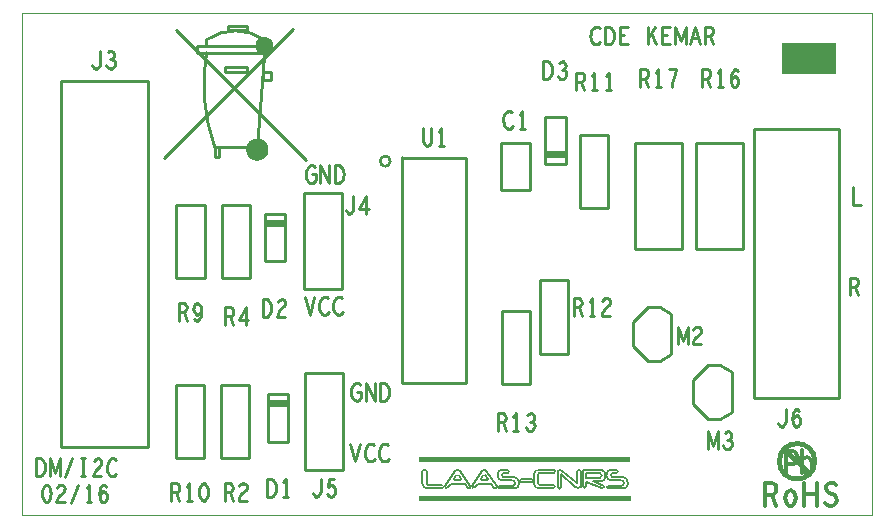
<source format=gto>
G04 ================== begin FILE IDENTIFICATION RECORD ==================*
G04 Layout Name:  Z:/Projets_Cadence/PCB/2016/Jerome/FdC Kamar/allegro/FdC Kamar.brd*
G04 Film Name:    SERIGRAPHIE_TOP*
G04 File Format:  Gerber RS274X*
G04 File Origin:  Cadence Allegro 16.6-2015-S064*
G04 Origin Date:  Tue Feb 23 14:53:34 2016*
G04 *
G04 Layer:  ROUTE KEEPOUT/ALL*
G04 Layer:  REF DES/SILKSCREEN_TOP*
G04 Layer:  PACKAGE KEEPOUT/ALL*
G04 Layer:  PACKAGE GEOMETRY/SILKSCREEN_TOP*
G04 Layer:  DRAWING FORMAT/TITLE_BLOCK_TOP*
G04 Layer:  BOARD GEOMETRY/OUTLINE*
G04 Layer:  BOARD GEOMETRY/ASSEMBLY_NOTES*
G04 Layer:  BOARD GEOMETRY/SILKSCREEN_TOP*
G04 Layer:  BOARD GEOMETRY/ASSEMBLY_TOP*
G04 *
G04 Offset:    (0.0000 0.0000)*
G04 Mirror:    No*
G04 Mode:      Positive*
G04 Rotation:  0*
G04 FullContactRelief:  No*
G04 UndefLineWidth:     0.0000*
G04 ================== end FILE IDENTIFICATION RECORD ====================*
%FSLAX35Y35*MOMM*%
%IR0*IPPOS*OFA0.00000B0.00000*MIA0B0*SFA1.00000B1.00000*%
%ADD10C,.1*%
%ADD11C,.2*%
%ADD12C,.3*%
%ADD13C,.4*%
%ADD14C,.25*%
%ADD15C,.254*%
G75*
%LPD*%
G75*
G36*
G01X2250000Y969000D02*
X2090000D01*
Y909000D01*
X2250000D01*
Y969000D01*
G37*
G36*
G01X2221000Y2496000D02*
X2061000D01*
Y2436000D01*
X2221000D01*
Y2496000D01*
G37*
G36*
G01X2087870Y3092000D02*
G03I-94870J0D01*
G37*
G36*
G01X2129160Y3972000D02*
G03I-76160J0D01*
G37*
G36*
G01X4438000Y3022000D02*
X4598000D01*
Y3082000D01*
X4438000D01*
Y3022000D01*
G37*
G36*
G01X6433000Y3732000D02*
X6893000D01*
Y3992000D01*
X6433000D01*
Y3732000D01*
G37*
G36*
G01Y3992000D02*
Y3732000D01*
X6893000D01*
Y3992000D01*
X6433000D01*
G37*
G36*
G01X2090000Y969000D02*
X2250000D01*
Y909000D01*
X2090000D01*
Y969000D01*
G37*
G36*
G01X2061000Y2496000D02*
X2221000D01*
Y2436000D01*
X2061000D01*
Y2496000D01*
G37*
G36*
G01X3361800Y116600D02*
Y156600D01*
X5160800D01*
Y116600D01*
X3361800D01*
G37*
G36*
G01X3362400Y446300D02*
Y486300D01*
X5150800D01*
Y446300D01*
X3362400D01*
G37*
G36*
G01X4598000Y3022000D02*
X4438000D01*
Y3082000D01*
X4598000D01*
Y3022000D01*
G37*
G54D10*
G01X0Y0D02*
X7200000D01*
Y4250000D01*
X0D01*
Y0D01*
G54D11*
G01X3433900Y222900D02*
G02X3390200Y266600I-1900J41800D01*
G01X3558900Y222900D02*
X3433900D01*
G01X3425800Y275800D02*
G03X3452200Y249400I22900J-3500D01*
G01X3390200Y368200D02*
G02X3425800I17800J-2000D01*
G01D02*
Y275800D01*
G01X3452200Y249400D02*
X3558900D01*
G01X3390200Y266600D02*
Y369200D01*
G01X3809800Y247300D02*
G03X3832200Y232100I9181J-10576D01*
G01X3773200Y229000D02*
G03X3795600Y245300I11947J7124D01*
G01X3585300Y247300D02*
G03X3607600Y232100I9085J-10629D01*
G01X3558900Y249400D02*
G02Y222900I1900J-13250D01*
G01X3699100Y334700D02*
G03X3678800I-10150J-5264D01*
G01X3709200Y291000D02*
G03X3719400Y306300I967J10405D01*
G01X3660500D02*
G03X3670600Y291000I8181J-5583D01*
G01X3708200Y370300D02*
G03X3668600I-19800J-8100D01*
G01D02*
X3585300Y247300D01*
G01X3607600Y232100D02*
X3635100Y264600D01*
G01D02*
X3747800D01*
G01D02*
X3773200Y229000D01*
G01X3795600Y245300D02*
X3708200Y370300D01*
G01X3678800Y333700D02*
X3660500Y306300D01*
G01X3670600Y291000D02*
X3709200D01*
G01X3719400Y306300D02*
X3699100Y334700D01*
G01X3893100Y370300D02*
X3809800Y247300D01*
G01X3832200Y232100D02*
X3859600Y264600D01*
G01D02*
X3972400D01*
G01X4207100Y258500D02*
G02X4171500Y222900I-31600J-4000D01*
G01X3997800Y229000D02*
G03X4020100Y245300I11970J7028D01*
G01X4043500Y222900D02*
G02Y246300I-2500J11700D01*
G01X4171500Y222900D02*
X4043500D01*
G01X4166400Y319500D02*
G02X4207100Y278800I-500J-41200D01*
G01X4059800Y336700D02*
G03X4077000Y319500I15700J-1500D01*
G01X4078000Y355000D02*
G03X4059800Y336700I831J-19027D01*
G01X4175600Y267600D02*
G03X4151200Y292000I-19700J4700D01*
G01X4028300Y339800D02*
G02X4071900Y383500I38794J4895D01*
G01X4070900Y292000D02*
G02X4028300Y334700I-5545J37068D01*
G01X4154200Y246300D02*
G03X4175600Y267600I2274J19116D01*
G01X3932800Y370300D02*
G03X3893100I-19850J-8066D01*
G01X3923600Y334700D02*
G03X3903300I-10150J-5336D01*
G01X3933800Y291000D02*
G03X3943900Y306300I867J10412D01*
G01X3885000D02*
G03X3895200Y291000I8180J-5597D01*
G01X3903300Y333700D02*
X3885000Y306300D01*
G01X3895200Y291000D02*
X3933800D01*
G01X3943900Y306300D02*
X3923600Y334700D01*
G01X4112600Y382500D02*
G02Y355000I-500J-13750D01*
G01D02*
X4078000D01*
G01X4077000Y319500D02*
X4166400D01*
G01X4043500Y246300D02*
X4154200D01*
G01X4151200Y292000D02*
X4070900D01*
G01X4028300Y334700D02*
Y339800D01*
G01X4071900Y383500D02*
X4112600D01*
G01X3972400Y264600D02*
X3997800Y229000D01*
G01X4020100Y245300D02*
X3932800Y370300D01*
G01X4506800Y358100D02*
G03Y382500I-700J12200D01*
G01X4367600Y332700D02*
G02X4393000Y358100I24400J1000D01*
G01X4391000Y251400D02*
G02X4367600Y274800I-2400J21000D01*
G01X4500700Y225000D02*
G03Y251400I1900J13200D01*
G01X4337100Y261600D02*
G03X4373700Y225000I34600J-2000D01*
G01X4374700Y383500D02*
G03X4337100Y345900I-1100J-36500D01*
G01X4227400Y301200D02*
G03Y279800I500J-10700D01*
G01X4314800D02*
G03Y301200I-500J10700D01*
G01X4207100Y278800D02*
Y258500D01*
G01X4227400Y279800D02*
X4314800D01*
G01Y301200D02*
X4227400D01*
G01X4506800Y383500D02*
X4374700D01*
G01X4337100Y345900D02*
Y261600D01*
G01X4373700Y225000D02*
X4500700D01*
G01Y251400D02*
X4391000D01*
G01X4367600Y274800D02*
Y332700D01*
G01X4393000Y358100D02*
X4506800D01*
G01X4567800Y236200D02*
G02X4536300I-15750J500D01*
G01X4730300Y238200D02*
G02X4684600I-22850J15107D01*
G01X4697800Y368200D02*
G02X4730300I16250J-2000D01*
G01X4536300Y371300D02*
G02X4574900I19300J-15800D01*
G01X4536300Y236200D02*
Y371300D01*
G01X4574900D02*
X4697800Y265600D01*
G01D02*
Y368200D01*
G01X4730300D02*
Y238200D01*
G01X4684600D02*
X4567800Y341800D01*
G01D02*
Y236200D01*
G01X4747600Y240200D02*
G03X4774000I13200J-1200D01*
G01D02*
X4773000Y281900D01*
G01D02*
X4915200Y224000D01*
G01X4925400Y247300D02*
X4833900Y284900D01*
G01D02*
X4907100D01*
G01X4906100Y380400D02*
X4746600D01*
G01D02*
Y241200D01*
G01X4775000Y312400D02*
Y354000D01*
G01D02*
X4894900D01*
G01Y312400D02*
X4775000D01*
G01X5128600Y258500D02*
G02X5093000Y222900I-31600J-4000D01*
G01X4965000D02*
G02Y246300I-2500J11700D01*
G01X4915200Y224000D02*
G03X4925400Y247300I6223J11158D01*
G01X5093000Y222900D02*
X4965000D01*
G01X5097100Y267600D02*
G03X5072700Y292000I-19700J4700D01*
G01X4949700Y339800D02*
G02X4993500Y383500I38872J4839D01*
G01X4992400Y292000D02*
G02X4949700Y334700I-5500J37200D01*
G01X5075800Y246300D02*
G03X5097100Y267600I2200J19100D01*
G01X5087900Y319500D02*
G02X5128600Y278800I-500J-41200D01*
G01X4981300Y336700D02*
G03X4998500Y319500I15700J-1500D01*
G01X4999600Y355000D02*
G03X4981300Y336700I800J-19100D01*
G01X4938600Y343800D02*
G03X4907100Y379400I-34986J779D01*
G01X4894900Y354000D02*
G02Y312400I-8100J-20800D01*
G01X4907100Y284900D02*
G03X4937600Y309300I-989J32498D01*
G01D02*
X4938600Y310300D01*
G01D02*
Y343800D01*
G01X4907100Y379400D02*
X4906100Y380400D01*
G01X5034100Y382500D02*
G02Y355000I-500J-13750D01*
G01D02*
X4999600D01*
G01X4998500Y319500D02*
X5087900D01*
G01X5128600Y278800D02*
Y258500D01*
G01X4965000Y246300D02*
X5075800D01*
G01X5072700Y292000D02*
X4992400D01*
G01X4949700Y334700D02*
Y339800D01*
G01X4993500Y383500D02*
X5034100D01*
G01X6422700Y453000D02*
G03X6402700I-10000J0D01*
G01X6422700D02*
G03X6402700I-10000J0D01*
G01D02*
G03X6422700I10000J0D01*
G01X6402700D02*
G03X6422700I10000J0D01*
G01X6723300D02*
G03X6703300I-10000J0D01*
G01X6723300D02*
G03X6703300I-10000J0D01*
G01D02*
G03X6723300I10000J0D01*
G01X6703300D02*
G03X6723300I10000J0D01*
G54D12*
G01X6288000Y73000D02*
Y273000D01*
X6350500D01*
X6370500Y263000D01*
X6383000Y249670D01*
X6388000Y223000D01*
X6383000Y196330D01*
X6368000Y179670D01*
X6350500Y169660D01*
X6288000D01*
G01X6350500D02*
X6388000Y73000D01*
G01X6508000D02*
X6493000Y76330D01*
X6478000Y89660D01*
X6468000Y113000D01*
X6463000Y139660D01*
X6468000Y166330D01*
X6478000Y189670D01*
X6493000Y203000D01*
X6508000Y206330D01*
X6523000Y203000D01*
X6538000Y189670D01*
X6548000Y166330D01*
X6550500Y139660D01*
X6548000Y113000D01*
X6538000Y89660D01*
X6523000Y76330D01*
X6508000Y73000D01*
G01X6625500D02*
Y273000D01*
G01X6730500D02*
Y73000D01*
G01Y173000D02*
X6625500D01*
G01X6795500Y99660D02*
X6815500Y83000D01*
X6838000Y73000D01*
X6858000D01*
X6878000Y83000D01*
X6893000Y99660D01*
X6900500Y123000D01*
X6895500Y146330D01*
X6883000Y166330D01*
X6860500Y179670D01*
X6830500Y186330D01*
X6813000Y199660D01*
X6805500Y223000D01*
X6810500Y246330D01*
X6823000Y263000D01*
X6840500Y273000D01*
X6858000D01*
X6875500Y266330D01*
X6890500Y249670D01*
G01X6468000Y343000D02*
Y543000D01*
X6528000D01*
X6548000Y533000D01*
X6563000Y509670D01*
X6568000Y483000D01*
X6563000Y456330D01*
X6550500Y436330D01*
X6528000Y426330D01*
X6468000D01*
G01X6603000Y353000D02*
Y553000D01*
G01Y453000D02*
X6615500Y473000D01*
X6630500Y483000D01*
X6645500Y486330D01*
X6668000Y479660D01*
X6683000Y466330D01*
X6693000Y443000D01*
Y416330D01*
X6688000Y389660D01*
X6678000Y369660D01*
X6660500Y356330D01*
X6645500Y353000D01*
X6630500Y356330D01*
X6615500Y366330D01*
X6603000Y382990D01*
G54D13*
G01X6463000Y553000D02*
X6663000Y353000D01*
G01X6412700Y453000D02*
G03X6713300I150300J0D01*
G01D02*
G03X6412700I-150300J0D01*
G54D14*
G01X206360Y256000D02*
X193020Y251000D01*
X183030Y238500D01*
X176360Y223500D01*
X171360Y203500D01*
X169690Y181000D01*
X171360Y158500D01*
X176360Y138500D01*
X183030Y123500D01*
X193020Y111000D01*
X206360Y106000D01*
X219690Y111000D01*
X229690Y123500D01*
X236360Y138500D01*
X241360Y158500D01*
X243030Y181000D01*
X241360Y203500D01*
X236360Y223500D01*
X229690Y238500D01*
X219690Y251000D01*
X206360Y256000D01*
G01X295010Y231000D02*
X305010Y246000D01*
X316680Y253500D01*
X330010Y256000D01*
X346680Y251000D01*
X358350Y238500D01*
X361680Y223500D01*
X360010Y208500D01*
X353350Y196000D01*
X320010Y171000D01*
X305010Y153500D01*
X295010Y128500D01*
X291680Y106000D01*
X361680D01*
G01X417000Y101000D02*
X477000Y256000D01*
G01X567320Y106000D02*
Y256000D01*
X547320Y226000D01*
G01Y106000D02*
X587320D01*
G01X655970Y168500D02*
X667640Y186000D01*
X677640Y196000D01*
X690970Y201000D01*
X702640Y196000D01*
X710970Y186000D01*
X717640Y171000D01*
X719310Y153500D01*
X717640Y138500D01*
X710970Y123500D01*
X700970Y111000D01*
X689310Y106000D01*
X675970Y111000D01*
X664310Y126000D01*
X657640Y148500D01*
X655970Y173500D01*
X659310Y206000D01*
X664310Y223500D01*
X672640Y241000D01*
X684310Y253500D01*
X695970Y256000D01*
X707640Y251000D01*
X715970Y238500D01*
G01X120530Y327000D02*
Y477000D01*
X153870D01*
X167200Y469500D01*
X177200Y459500D01*
X185530Y444500D01*
X192200Y427000D01*
X193870Y402000D01*
X192200Y377000D01*
X185530Y359500D01*
X177200Y344500D01*
X167200Y334500D01*
X153870Y327000D01*
X120530D01*
G01X234190D02*
Y477000D01*
X277520Y352000D01*
X320850Y477000D01*
Y327000D01*
G01X367840Y322000D02*
X427840Y477000D01*
G01X498160D02*
X538160D01*
G01X518160D02*
Y327000D01*
G01X498160D02*
X538160D01*
G01X606810Y452000D02*
X616810Y467000D01*
X628480Y474500D01*
X641810Y477000D01*
X658480Y472000D01*
X670150Y459500D01*
X673480Y444500D01*
X671810Y429500D01*
X665150Y417000D01*
X631810Y392000D01*
X616810Y374500D01*
X606810Y349500D01*
X603480Y327000D01*
X673480D01*
G01X795470Y464500D02*
X785470Y472000D01*
X773800Y477000D01*
X760470D01*
X745460Y469500D01*
X733800Y457000D01*
X725470Y442000D01*
X718800Y417000D01*
X717130Y394500D01*
X720470Y372000D01*
X725470Y357000D01*
X735470Y342000D01*
X747130Y332000D01*
X758800Y327000D01*
X770470D01*
X782130Y332000D01*
X792130Y339500D01*
X800470Y349500D01*
G01X1070000Y2125000D02*
Y3675000D01*
X330000D01*
Y575000D01*
X1070000D01*
Y2215000D01*
G01X595510Y3808000D02*
X603840Y3793000D01*
X613840Y3783000D01*
X625510Y3778000D01*
X638840Y3783000D01*
X648840Y3793000D01*
X658840Y3808000D01*
X662170Y3828000D01*
Y3928000D01*
G01X712490Y3808000D02*
X722490Y3790500D01*
X735820Y3780500D01*
X750830Y3778000D01*
X764160Y3780500D01*
X777490Y3793000D01*
X785830Y3808000D01*
X787490Y3823000D01*
X784160Y3840500D01*
X772490Y3853000D01*
X760830Y3858000D01*
X745830D01*
G01X760830D02*
X770830Y3865500D01*
X779160Y3878000D01*
X782490Y3893000D01*
X779160Y3908000D01*
X770830Y3920500D01*
X755830Y3928000D01*
X740830Y3925500D01*
X725830Y3915500D01*
G01X1264350Y117000D02*
Y267000D01*
X1306010D01*
X1319350Y259500D01*
X1327680Y249500D01*
X1331010Y229500D01*
X1327680Y209500D01*
X1317680Y197000D01*
X1306010Y189500D01*
X1264350D01*
G01X1306010D02*
X1331010Y117000D01*
G01X1418000D02*
Y267000D01*
X1398000Y237000D01*
G01Y117000D02*
X1438000D01*
G01X1538320Y267000D02*
X1524980Y262000D01*
X1514990Y249500D01*
X1508320Y234500D01*
X1503320Y214500D01*
X1501650Y192000D01*
X1503320Y169500D01*
X1508320Y149500D01*
X1514990Y134500D01*
X1524980Y122000D01*
X1538320Y117000D01*
X1551650Y122000D01*
X1561650Y134500D01*
X1568320Y149500D01*
X1573320Y169500D01*
X1574990Y192000D01*
X1573320Y214500D01*
X1568320Y234500D01*
X1561650Y249500D01*
X1551650Y262000D01*
X1538320Y267000D01*
G01X1541000Y1101000D02*
Y481000D01*
X1301000D01*
Y1101000D01*
X1541000D01*
G01X1329510Y1643000D02*
Y1793000D01*
X1371170D01*
X1384510Y1785500D01*
X1392840Y1775500D01*
X1396170Y1755500D01*
X1392840Y1735500D01*
X1382840Y1723000D01*
X1371170Y1715500D01*
X1329510D01*
G01X1371170D02*
X1396170Y1643000D01*
G01X1454830Y1660500D02*
X1466490Y1648000D01*
X1479830Y1643000D01*
X1493160Y1648000D01*
X1504830Y1663000D01*
X1513160Y1685500D01*
X1516490Y1708000D01*
Y1735500D01*
X1513160Y1758000D01*
X1504830Y1778000D01*
X1494830Y1788000D01*
X1483160Y1793000D01*
X1469820Y1788000D01*
X1459830Y1778000D01*
X1453160Y1763000D01*
X1449830Y1743000D01*
X1453160Y1725500D01*
X1461490Y1708000D01*
X1471490Y1698000D01*
X1483160Y1695500D01*
X1496490Y1700500D01*
X1506490Y1713000D01*
X1516490Y1735500D01*
G01X1548000Y2625000D02*
Y2005000D01*
X1308000D01*
Y2625000D01*
X1548000D01*
G01X1717510Y117000D02*
Y267000D01*
X1759170D01*
X1772510Y259500D01*
X1780840Y249500D01*
X1784170Y229500D01*
X1780840Y209500D01*
X1770840Y197000D01*
X1759170Y189500D01*
X1717510D01*
G01X1759170D02*
X1784170Y117000D01*
G01X1839490Y242000D02*
X1849490Y257000D01*
X1861160Y264500D01*
X1874490Y267000D01*
X1891160Y262000D01*
X1902830Y249500D01*
X1906160Y234500D01*
X1904490Y219500D01*
X1897830Y207000D01*
X1864490Y182000D01*
X1849490Y164500D01*
X1839490Y139500D01*
X1836160Y117000D01*
X1906160D01*
G01X1685000Y481000D02*
Y1101000D01*
X1925000D01*
Y481000D01*
X1685000D01*
G01X1722510Y1607000D02*
Y1757000D01*
X1764170D01*
X1777510Y1749500D01*
X1785840Y1739500D01*
X1789170Y1719500D01*
X1785840Y1699500D01*
X1775840Y1687000D01*
X1764170Y1679500D01*
X1722510D01*
G01X1764170D02*
X1789170Y1607000D01*
G01X1896160D02*
Y1757000D01*
X1834490Y1649500D01*
X1917830D01*
G01X1695000Y2006000D02*
Y2626000D01*
X1935000D01*
Y2006000D01*
X1695000D01*
G01X2076170Y154000D02*
Y304000D01*
X2109510D01*
X2122840Y296500D01*
X2132840Y286500D01*
X2141170Y271500D01*
X2147840Y254000D01*
X2149510Y229000D01*
X2147840Y204000D01*
X2141170Y186500D01*
X2132840Y171500D01*
X2122840Y161500D01*
X2109510Y154000D01*
X2076170D01*
G01X2233160D02*
Y304000D01*
X2213160Y274000D01*
G01Y154000D02*
X2253160D01*
G01X2255000Y1019000D02*
Y619000D01*
X2085000D01*
Y1019000D01*
X2255000D01*
G01X2039170Y1675000D02*
Y1825000D01*
X2072510D01*
X2085840Y1817500D01*
X2095840Y1807500D01*
X2104170Y1792500D01*
X2110840Y1775000D01*
X2112510Y1750000D01*
X2110840Y1725000D01*
X2104170Y1707500D01*
X2095840Y1692500D01*
X2085840Y1682500D01*
X2072510Y1675000D01*
X2039170D01*
G01X2164490Y1800000D02*
X2174490Y1815000D01*
X2186160Y1822500D01*
X2199490Y1825000D01*
X2216160Y1820000D01*
X2227830Y1807500D01*
X2231160Y1792500D01*
X2229490Y1777500D01*
X2222830Y1765000D01*
X2189490Y1740000D01*
X2174490Y1722500D01*
X2164490Y1697500D01*
X2161160Y1675000D01*
X2231160D01*
G01X2226000Y2546000D02*
Y2146000D01*
X2056000D01*
Y2546000D01*
X2226000D01*
G01X2462510Y184000D02*
X2470840Y169000D01*
X2480840Y159000D01*
X2492510Y154000D01*
X2505840Y159000D01*
X2515840Y169000D01*
X2525840Y184000D01*
X2529170Y204000D01*
Y304000D01*
G01X2579490Y176500D02*
X2589490Y164000D01*
X2601160Y156500D01*
X2616160Y154000D01*
X2631160Y159000D01*
X2642830Y169000D01*
X2651160Y186500D01*
X2652830Y206500D01*
X2649490Y226500D01*
X2641160Y239000D01*
X2629490Y249000D01*
X2617830Y251500D01*
X2606160Y249000D01*
X2591160Y239000D01*
X2596160Y304000D01*
X2641160D01*
G01X2395000Y391000D02*
Y1201000D01*
X2715000D01*
Y381000D01*
X2395000D01*
G01X2394010Y1846000D02*
X2435680Y1696000D01*
X2477350Y1846000D01*
G01X2592670Y1833500D02*
X2582670Y1841000D01*
X2571000Y1846000D01*
X2557670D01*
X2542660Y1838500D01*
X2531000Y1826000D01*
X2522670Y1811000D01*
X2516000Y1786000D01*
X2514330Y1763500D01*
X2517670Y1741000D01*
X2522670Y1726000D01*
X2532670Y1711000D01*
X2544330Y1701000D01*
X2556000Y1696000D01*
X2567670D01*
X2579330Y1701000D01*
X2589330Y1708500D01*
X2597670Y1718500D01*
G01X2712990Y1833500D02*
X2702990Y1841000D01*
X2691320Y1846000D01*
X2677990D01*
X2662980Y1838500D01*
X2651320Y1826000D01*
X2642990Y1811000D01*
X2636320Y1786000D01*
X2634650Y1763500D01*
X2637990Y1741000D01*
X2642990Y1726000D01*
X2652990Y1711000D01*
X2664650Y1701000D01*
X2676320Y1696000D01*
X2687990D01*
X2699650Y1701000D01*
X2709650Y1708500D01*
X2717990Y1718500D01*
G01X2391000Y1919000D02*
Y2729000D01*
X2711000D01*
Y1909000D01*
X2391000D01*
G01X2455680Y2883000D02*
X2489010D01*
Y2838000D01*
X2479010Y2823000D01*
X2467350Y2813000D01*
X2450680Y2808000D01*
X2434010Y2813000D01*
X2422350Y2823000D01*
X2412350Y2838000D01*
X2405680Y2855500D01*
X2402350Y2875500D01*
Y2893000D01*
X2405680Y2908000D01*
X2412350Y2925500D01*
X2422350Y2940500D01*
X2432340Y2950500D01*
X2445680Y2958000D01*
X2457350D01*
X2470680Y2953000D01*
X2480680Y2943000D01*
G01X2527670Y2808000D02*
Y2958000D01*
X2604330Y2808000D01*
Y2958000D01*
G01X2649650Y2808000D02*
Y2958000D01*
X2682990D01*
X2696320Y2950500D01*
X2706320Y2940500D01*
X2714650Y2925500D01*
X2721320Y2908000D01*
X2722990Y2883000D01*
X2721320Y2858000D01*
X2714650Y2840500D01*
X2706320Y2825500D01*
X2696320Y2815500D01*
X2682990Y2808000D01*
X2649650D01*
G01X2782010Y603000D02*
X2823680Y453000D01*
X2865350Y603000D01*
G01X2980670Y590500D02*
X2970670Y598000D01*
X2959000Y603000D01*
X2945670D01*
X2930660Y595500D01*
X2919000Y583000D01*
X2910670Y568000D01*
X2904000Y543000D01*
X2902330Y520500D01*
X2905670Y498000D01*
X2910670Y483000D01*
X2920670Y468000D01*
X2932330Y458000D01*
X2944000Y453000D01*
X2955670D01*
X2967330Y458000D01*
X2977330Y465500D01*
X2985670Y475500D01*
G01X3100990Y590500D02*
X3090990Y598000D01*
X3079320Y603000D01*
X3065990D01*
X3050980Y595500D01*
X3039320Y583000D01*
X3030990Y568000D01*
X3024320Y543000D01*
X3022650Y520500D01*
X3025990Y498000D01*
X3030990Y483000D01*
X3040990Y468000D01*
X3052650Y458000D01*
X3064320Y453000D01*
X3075990D01*
X3087650Y458000D01*
X3097650Y465500D01*
X3105990Y475500D01*
G01X2838680Y1042000D02*
X2872010D01*
Y997000D01*
X2862010Y982000D01*
X2850350Y972000D01*
X2833680Y967000D01*
X2817010Y972000D01*
X2805350Y982000D01*
X2795350Y997000D01*
X2788680Y1014500D01*
X2785350Y1034500D01*
Y1052000D01*
X2788680Y1067000D01*
X2795350Y1084500D01*
X2805350Y1099500D01*
X2815340Y1109500D01*
X2828680Y1117000D01*
X2840350D01*
X2853680Y1112000D01*
X2863680Y1102000D01*
G01X2910670Y967000D02*
Y1117000D01*
X2987330Y967000D01*
Y1117000D01*
G01X3032650Y967000D02*
Y1117000D01*
X3065990D01*
X3079320Y1109500D01*
X3089320Y1099500D01*
X3097650Y1084500D01*
X3104320Y1067000D01*
X3105990Y1042000D01*
X3104320Y1017000D01*
X3097650Y999500D01*
X3089320Y984500D01*
X3079320Y974500D01*
X3065990Y967000D01*
X3032650D01*
G01X2740510Y2581000D02*
X2748840Y2566000D01*
X2758840Y2556000D01*
X2770510Y2551000D01*
X2783840Y2556000D01*
X2793840Y2566000D01*
X2803840Y2581000D01*
X2807170Y2601000D01*
Y2701000D01*
G01X2914160Y2551000D02*
Y2701000D01*
X2852490Y2593500D01*
X2935830D01*
G01X3118720Y2994000D02*
G03I-42720J0D01*
G01X3221000Y3029000D02*
Y1119000D01*
X3761000D01*
Y3024000D01*
X3226000D01*
G01X3394170Y3274000D02*
Y3166500D01*
X3400840Y3144000D01*
X3414170Y3129000D01*
X3430840Y3124000D01*
X3447510Y3129000D01*
X3460840Y3144000D01*
X3467510Y3166500D01*
Y3274000D01*
G01X3551160Y3124000D02*
Y3274000D01*
X3531160Y3244000D01*
G01Y3124000D02*
X3571160D01*
G01X4028350Y710000D02*
Y860000D01*
X4070010D01*
X4083350Y852500D01*
X4091680Y842500D01*
X4095010Y822500D01*
X4091680Y802500D01*
X4081680Y790000D01*
X4070010Y782500D01*
X4028350D01*
G01X4070010D02*
X4095010Y710000D01*
G01X4182000D02*
Y860000D01*
X4162000Y830000D01*
G01Y710000D02*
X4202000D01*
G01X4265650Y740000D02*
X4275650Y722500D01*
X4288980Y712500D01*
X4303990Y710000D01*
X4317320Y712500D01*
X4330650Y725000D01*
X4338990Y740000D01*
X4340650Y755000D01*
X4337320Y772500D01*
X4325650Y785000D01*
X4313990Y790000D01*
X4298990D01*
G01X4313990D02*
X4323990Y797500D01*
X4332320Y810000D01*
X4335650Y825000D01*
X4332320Y840000D01*
X4323990Y852500D01*
X4308990Y860000D01*
X4293990Y857500D01*
X4278990Y847500D01*
G01X4061000Y1109000D02*
Y1729000D01*
X4301000D01*
Y1109000D01*
X4061000D01*
G01X4306000Y3147000D02*
Y2747000D01*
X4056000D01*
Y3147000D01*
X4306000D01*
G01X4153510Y3406500D02*
X4143510Y3414000D01*
X4131840Y3419000D01*
X4118510D01*
X4103500Y3411500D01*
X4091840Y3399000D01*
X4083510Y3384000D01*
X4076840Y3359000D01*
X4075170Y3336500D01*
X4078510Y3314000D01*
X4083510Y3299000D01*
X4093510Y3284000D01*
X4105170Y3274000D01*
X4116840Y3269000D01*
X4128510D01*
X4140170Y3274000D01*
X4150170Y3281500D01*
X4158510Y3291500D01*
G01X4237160Y3269000D02*
Y3419000D01*
X4217160Y3389000D01*
G01Y3269000D02*
X4257160D01*
G01X4387000Y1364000D02*
Y1984000D01*
X4627000D01*
Y1364000D01*
X4387000D01*
G01X4433000Y2972000D02*
Y3372000D01*
X4603000D01*
Y2972000D01*
X4433000D01*
G01X4415170Y3689000D02*
Y3839000D01*
X4448510D01*
X4461840Y3831500D01*
X4471840Y3821500D01*
X4480170Y3806500D01*
X4486840Y3789000D01*
X4488510Y3764000D01*
X4486840Y3739000D01*
X4480170Y3721500D01*
X4471840Y3706500D01*
X4461840Y3696500D01*
X4448510Y3689000D01*
X4415170D01*
G01X4535490Y3719000D02*
X4545490Y3701500D01*
X4558820Y3691500D01*
X4573830Y3689000D01*
X4587160Y3691500D01*
X4600490Y3704000D01*
X4608830Y3719000D01*
X4610490Y3734000D01*
X4607160Y3751500D01*
X4595490Y3764000D01*
X4583830Y3769000D01*
X4568830D01*
G01X4583830D02*
X4593830Y3776500D01*
X4602160Y3789000D01*
X4605490Y3804000D01*
X4602160Y3819000D01*
X4593830Y3831500D01*
X4578830Y3839000D01*
X4563830Y3836500D01*
X4548830Y3826500D01*
G01X4673350Y1685000D02*
Y1835000D01*
X4715010D01*
X4728350Y1827500D01*
X4736680Y1817500D01*
X4740010Y1797500D01*
X4736680Y1777500D01*
X4726680Y1765000D01*
X4715010Y1757500D01*
X4673350D01*
G01X4715010D02*
X4740010Y1685000D01*
G01X4827000D02*
Y1835000D01*
X4807000Y1805000D01*
G01Y1685000D02*
X4847000D01*
G01X4915650Y1810000D02*
X4925650Y1825000D01*
X4937320Y1832500D01*
X4950650Y1835000D01*
X4967320Y1830000D01*
X4978990Y1817500D01*
X4982320Y1802500D01*
X4980650Y1787500D01*
X4973990Y1775000D01*
X4940650Y1750000D01*
X4925650Y1732500D01*
X4915650Y1707500D01*
X4912320Y1685000D01*
X4982320D01*
G01X4963000Y3219000D02*
Y2599000D01*
X4723000D01*
Y3219000D01*
X4963000D01*
G01X4694350Y3595000D02*
Y3745000D01*
X4736010D01*
X4749350Y3737500D01*
X4757680Y3727500D01*
X4761010Y3707500D01*
X4757680Y3687500D01*
X4747680Y3675000D01*
X4736010Y3667500D01*
X4694350D01*
G01X4736010D02*
X4761010Y3595000D01*
G01X4848000D02*
Y3745000D01*
X4828000Y3715000D01*
G01Y3595000D02*
X4868000D01*
G01X4968320D02*
Y3745000D01*
X4948320Y3715000D01*
G01Y3595000D02*
X4988320D01*
G01X4891390Y4120500D02*
X4881390Y4128000D01*
X4869720Y4133000D01*
X4856390D01*
X4841380Y4125500D01*
X4829720Y4113000D01*
X4821390Y4098000D01*
X4814720Y4073000D01*
X4813050Y4050500D01*
X4816390Y4028000D01*
X4821390Y4013000D01*
X4831390Y3998000D01*
X4843050Y3988000D01*
X4854720Y3983000D01*
X4866390D01*
X4878050Y3988000D01*
X4888050Y3995500D01*
X4896390Y4005500D01*
G01X4938370Y3983000D02*
Y4133000D01*
X4971710D01*
X4985040Y4125500D01*
X4995040Y4115500D01*
X5003370Y4100500D01*
X5010040Y4083000D01*
X5011710Y4058000D01*
X5010040Y4033000D01*
X5003370Y4015500D01*
X4995040Y4000500D01*
X4985040Y3990500D01*
X4971710Y3983000D01*
X4938370D01*
G01X5128690D02*
X5062030D01*
Y4133000D01*
X5128690D01*
G01X5102030Y4060500D02*
X5062030D01*
G01X5299330Y3983000D02*
Y4133000D01*
G01X5362670D02*
X5299330Y4040500D01*
G01X5372670Y3983000D02*
X5327670Y4083000D01*
G01X5489650Y3983000D02*
X5422990D01*
Y4133000D01*
X5489650D01*
G01X5462990Y4060500D02*
X5422990D01*
G01X5533310Y3983000D02*
Y4133000D01*
X5576640Y4008000D01*
X5619970Y4133000D01*
Y3983000D01*
G01X5655290D02*
X5696960Y4133000D01*
X5738630Y3983000D01*
G01X5723630Y4035500D02*
X5670290D01*
G01X5783950Y3983000D02*
Y4133000D01*
X5825610D01*
X5838950Y4125500D01*
X5847280Y4115500D01*
X5850610Y4095500D01*
X5847280Y4075500D01*
X5837280Y4063000D01*
X5825610Y4055500D01*
X5783950D01*
G01X5825610D02*
X5850610Y3983000D01*
G01X5300000Y1300000D02*
X5399000D01*
X5400000Y1301000D01*
X5500000Y1360000D01*
Y1700000D01*
X5400000Y1759000D01*
X5300000D01*
Y1760000D01*
X5170000Y1630000D01*
Y1430000D01*
X5300000Y1300000D01*
G01X5587000Y3148000D02*
Y2248000D01*
X5187000D01*
Y3148000D01*
X5587000D01*
G01X5234350Y3621000D02*
Y3771000D01*
X5276010D01*
X5289350Y3763500D01*
X5297680Y3753500D01*
X5301010Y3733500D01*
X5297680Y3713500D01*
X5287680Y3701000D01*
X5276010Y3693500D01*
X5234350D01*
G01X5276010D02*
X5301010Y3621000D01*
G01X5388000D02*
Y3771000D01*
X5368000Y3741000D01*
G01Y3621000D02*
X5408000D01*
G01X5504990D02*
X5508320Y3653500D01*
X5513320Y3681000D01*
X5519990Y3706000D01*
X5528320Y3733500D01*
X5541650Y3771000D01*
X5474990D01*
G01X5809510Y557000D02*
Y707000D01*
X5852840Y582000D01*
X5896170Y707000D01*
Y557000D01*
G01X5936490Y587000D02*
X5946490Y569500D01*
X5959820Y559500D01*
X5974830Y557000D01*
X5988160Y559500D01*
X6001490Y572000D01*
X6009830Y587000D01*
X6011490Y602000D01*
X6008160Y619500D01*
X5996490Y632000D01*
X5984830Y637000D01*
X5969830D01*
G01X5984830D02*
X5994830Y644500D01*
X6003160Y657000D01*
X6006490Y672000D01*
X6003160Y687000D01*
X5994830Y699500D01*
X5979830Y707000D01*
X5964830Y704500D01*
X5949830Y694500D01*
G01X5810000Y810000D02*
X5909000D01*
X5910000Y811000D01*
X6010000Y870000D01*
Y1210000D01*
X5910000Y1269000D01*
X5810000D01*
Y1270000D01*
X5680000Y1140000D01*
Y940000D01*
X5810000Y810000D01*
G01X5552510Y1444000D02*
Y1594000D01*
X5595840Y1469000D01*
X5639170Y1594000D01*
Y1444000D01*
G01X5684490Y1569000D02*
X5694490Y1584000D01*
X5706160Y1591500D01*
X5719490Y1594000D01*
X5736160Y1589000D01*
X5747830Y1576500D01*
X5751160Y1561500D01*
X5749490Y1546500D01*
X5742830Y1534000D01*
X5709490Y1509000D01*
X5694490Y1491500D01*
X5684490Y1466500D01*
X5681160Y1444000D01*
X5751160D01*
G01X6108000Y3150000D02*
Y2250000D01*
X5708000D01*
Y3150000D01*
X6108000D01*
G01X5759350Y3621000D02*
Y3771000D01*
X5801010D01*
X5814350Y3763500D01*
X5822680Y3753500D01*
X5826010Y3733500D01*
X5822680Y3713500D01*
X5812680Y3701000D01*
X5801010Y3693500D01*
X5759350D01*
G01X5801010D02*
X5826010Y3621000D01*
G01X5913000D02*
Y3771000D01*
X5893000Y3741000D01*
G01Y3621000D02*
X5933000D01*
G01X6001650Y3683500D02*
X6013320Y3701000D01*
X6023320Y3711000D01*
X6036650Y3716000D01*
X6048320Y3711000D01*
X6056650Y3701000D01*
X6063320Y3686000D01*
X6064990Y3668500D01*
X6063320Y3653500D01*
X6056650Y3638500D01*
X6046650Y3626000D01*
X6034990Y3621000D01*
X6021650Y3626000D01*
X6009990Y3641000D01*
X6003320Y3663500D01*
X6001650Y3688500D01*
X6004990Y3721000D01*
X6009990Y3738500D01*
X6018320Y3756000D01*
X6029990Y3768500D01*
X6041650Y3771000D01*
X6053320Y3766000D01*
X6061650Y3753500D01*
G01X6401510Y776000D02*
X6409840Y761000D01*
X6419840Y751000D01*
X6431510Y746000D01*
X6444840Y751000D01*
X6454840Y761000D01*
X6464840Y776000D01*
X6468170Y796000D01*
Y896000D01*
G01X6523490Y808500D02*
X6535160Y826000D01*
X6545160Y836000D01*
X6558490Y841000D01*
X6570160Y836000D01*
X6578490Y826000D01*
X6585160Y811000D01*
X6586830Y793500D01*
X6585160Y778500D01*
X6578490Y763500D01*
X6568490Y751000D01*
X6556830Y746000D01*
X6543490Y751000D01*
X6531830Y766000D01*
X6525160Y788500D01*
X6523490Y813500D01*
X6526830Y846000D01*
X6531830Y863500D01*
X6540160Y881000D01*
X6551830Y893500D01*
X6563490Y896000D01*
X6575160Y891000D01*
X6583490Y878500D01*
G01X6200000Y3265000D02*
Y985000D01*
X6920000D01*
Y3265000D01*
X6200000D01*
G01X7012670Y1858000D02*
Y2008000D01*
X7054330D01*
X7067670Y2000500D01*
X7076000Y1990500D01*
X7079330Y1970500D01*
X7076000Y1950500D01*
X7066000Y1938000D01*
X7054330Y1930500D01*
X7012670D01*
G01X7054330D02*
X7079330Y1858000D01*
G01X7033670Y2774000D02*
Y2624000D01*
X7100330D01*
G54D15*
G01X2293000Y4112000D02*
X1203000Y3022000D01*
G01X1303000Y4102000D02*
X2403000Y3002000D01*
G01X1483000Y3912000D02*
X2053000D01*
G01Y3972000D02*
X1483000D01*
G01D02*
Y3912000D01*
G01X1673000Y3112000D02*
Y3032000D01*
G01D02*
X1633000D01*
G01D02*
Y3112000D01*
G01D02*
X1993000D01*
G01X1563000Y3912000D02*
G03X1633000Y3112000I1583259J-264527D01*
G01D02*
X1673000D01*
G01X1903000Y3752000D02*
X1723000D01*
G01D02*
Y3792000D01*
G01D02*
X1903000D01*
G01Y4102000D02*
X1743000D01*
G01D02*
Y4142000D01*
G01X1563000Y4022000D02*
G02X2053000I245000J-353571D01*
G01X1563000Y3972000D02*
Y4022000D01*
G01X1743000Y4142000D02*
X1903000D01*
G01X1993000Y3112000D02*
X2053000Y3882000D01*
G01X2113000Y3682000D02*
Y3752000D01*
G01D02*
X2043000D01*
G01D02*
Y3682000D01*
G01X2053000Y3882000D02*
Y4022000D01*
G01X1903000Y3792000D02*
Y3752000D01*
G01X2043000Y3682000D02*
X2113000D01*
G01X1903000Y4142000D02*
Y4102000D01*
G01X2053000Y3912000D02*
Y3972000D01*
M02*

</source>
